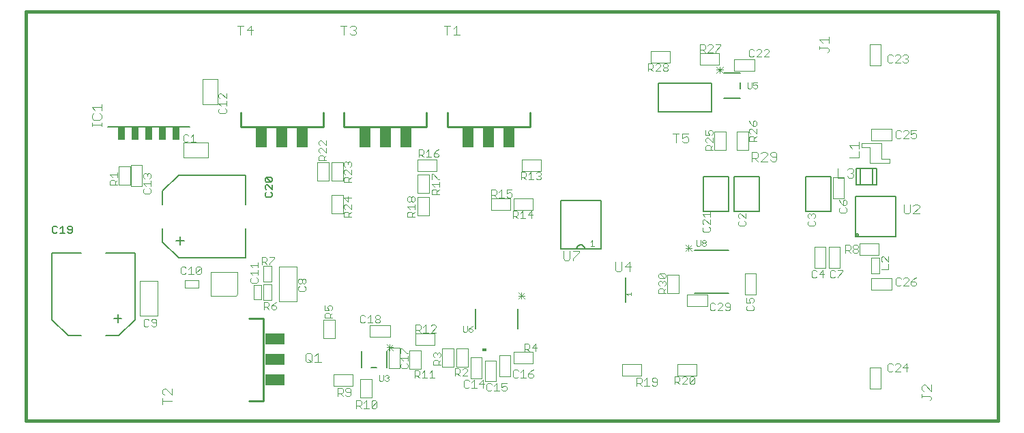
<source format=gto>
G75*
%MOIN*%
%OFA0B0*%
%FSLAX25Y25*%
%IPPOS*%
%LPD*%
%AMOC8*
5,1,8,0,0,1.08239X$1,22.5*
%
%ADD10C,0.01600*%
%ADD11C,0.00394*%
%ADD12C,0.00500*%
%ADD13C,0.00300*%
%ADD14C,0.00197*%
%ADD15C,0.00400*%
%ADD16C,0.00100*%
%ADD17C,0.01000*%
%ADD18R,0.05600X0.09800*%
%ADD19R,0.09800X0.05600*%
%ADD20C,0.00800*%
%ADD21R,0.03800X0.06600*%
%ADD22C,0.00600*%
%ADD23C,0.00200*%
D10*
X0001800Y0027250D02*
X0476800Y0027250D01*
X0476800Y0227250D01*
X0001800Y0227250D01*
X0001800Y0027250D01*
D11*
X0092036Y0088281D02*
X0104438Y0088281D01*
X0105225Y0089463D01*
X0105225Y0100093D01*
X0092036Y0100093D01*
X0092036Y0088281D01*
D12*
X0076398Y0106974D02*
X0068524Y0114848D01*
X0068524Y0121344D01*
X0075020Y0115439D02*
X0078957Y0115439D01*
X0076989Y0117407D02*
X0076989Y0113470D01*
X0076398Y0106974D02*
X0109076Y0106974D01*
X0109076Y0121344D01*
X0109076Y0133156D02*
X0109076Y0147526D01*
X0076398Y0147526D01*
X0068524Y0139652D01*
X0068524Y0133156D01*
X0055076Y0109526D02*
X0040706Y0109526D01*
X0028894Y0109526D02*
X0014524Y0109526D01*
X0014524Y0076848D01*
X0022398Y0068974D01*
X0028894Y0068974D01*
X0040706Y0068974D02*
X0047202Y0068974D01*
X0055076Y0076848D01*
X0055076Y0109526D01*
X0046611Y0079407D02*
X0046611Y0075470D01*
X0044643Y0077439D02*
X0048580Y0077439D01*
X0262957Y0111439D02*
X0270831Y0111439D01*
X0274769Y0111439D01*
X0282643Y0111439D01*
X0282643Y0135061D01*
X0262957Y0135061D01*
X0262957Y0111439D01*
X0270831Y0111439D02*
X0270833Y0111526D01*
X0270839Y0111613D01*
X0270848Y0111700D01*
X0270862Y0111786D01*
X0270879Y0111871D01*
X0270900Y0111956D01*
X0270925Y0112039D01*
X0270953Y0112122D01*
X0270985Y0112203D01*
X0271021Y0112282D01*
X0271060Y0112360D01*
X0271102Y0112436D01*
X0271148Y0112510D01*
X0271197Y0112582D01*
X0271249Y0112652D01*
X0271304Y0112719D01*
X0271362Y0112784D01*
X0271423Y0112847D01*
X0271487Y0112906D01*
X0271553Y0112963D01*
X0271622Y0113016D01*
X0271693Y0113067D01*
X0271766Y0113114D01*
X0271841Y0113159D01*
X0271918Y0113199D01*
X0271996Y0113237D01*
X0272077Y0113270D01*
X0272158Y0113301D01*
X0272241Y0113327D01*
X0272326Y0113350D01*
X0272411Y0113369D01*
X0272496Y0113384D01*
X0272583Y0113396D01*
X0272669Y0113404D01*
X0272756Y0113408D01*
X0272844Y0113408D01*
X0272931Y0113404D01*
X0273017Y0113396D01*
X0273104Y0113384D01*
X0273189Y0113369D01*
X0273274Y0113350D01*
X0273359Y0113327D01*
X0273442Y0113301D01*
X0273523Y0113270D01*
X0273604Y0113237D01*
X0273682Y0113199D01*
X0273759Y0113159D01*
X0273834Y0113114D01*
X0273907Y0113067D01*
X0273978Y0113016D01*
X0274047Y0112963D01*
X0274113Y0112906D01*
X0274177Y0112847D01*
X0274238Y0112784D01*
X0274296Y0112719D01*
X0274351Y0112652D01*
X0274403Y0112582D01*
X0274452Y0112510D01*
X0274498Y0112436D01*
X0274540Y0112360D01*
X0274579Y0112282D01*
X0274615Y0112203D01*
X0274647Y0112122D01*
X0274675Y0112039D01*
X0274700Y0111956D01*
X0274721Y0111871D01*
X0274738Y0111786D01*
X0274752Y0111700D01*
X0274761Y0111613D01*
X0274767Y0111526D01*
X0274769Y0111439D01*
X0294600Y0097250D02*
X0294600Y0085350D01*
X0332599Y0129825D02*
X0345001Y0129825D01*
X0345001Y0146675D01*
X0332599Y0146675D01*
X0332599Y0129825D01*
X0347599Y0129825D02*
X0347599Y0146675D01*
X0360001Y0146675D01*
X0360001Y0129825D01*
X0347599Y0129825D01*
X0382599Y0129825D02*
X0382599Y0146675D01*
X0395001Y0146675D01*
X0395001Y0129825D01*
X0382599Y0129825D01*
X0406957Y0137093D02*
X0406957Y0117407D01*
X0426643Y0117407D01*
X0426643Y0137093D01*
X0406957Y0137093D01*
X0407300Y0142750D02*
X0409300Y0142750D01*
X0409300Y0150750D01*
X0407300Y0150750D01*
X0407300Y0142750D01*
X0409300Y0142750D02*
X0415300Y0142750D01*
X0415300Y0150750D01*
X0409300Y0150750D01*
X0415300Y0150750D02*
X0417300Y0150750D01*
X0417300Y0142750D01*
X0415300Y0142750D01*
X0407450Y0118392D02*
X0407452Y0118436D01*
X0407458Y0118480D01*
X0407468Y0118523D01*
X0407481Y0118565D01*
X0407499Y0118605D01*
X0407520Y0118644D01*
X0407544Y0118681D01*
X0407571Y0118716D01*
X0407602Y0118748D01*
X0407635Y0118777D01*
X0407671Y0118803D01*
X0407709Y0118825D01*
X0407749Y0118844D01*
X0407790Y0118860D01*
X0407833Y0118872D01*
X0407876Y0118880D01*
X0407920Y0118884D01*
X0407964Y0118884D01*
X0408008Y0118880D01*
X0408051Y0118872D01*
X0408094Y0118860D01*
X0408135Y0118844D01*
X0408175Y0118825D01*
X0408213Y0118803D01*
X0408249Y0118777D01*
X0408282Y0118748D01*
X0408313Y0118716D01*
X0408340Y0118681D01*
X0408364Y0118644D01*
X0408385Y0118605D01*
X0408403Y0118565D01*
X0408416Y0118523D01*
X0408426Y0118480D01*
X0408432Y0118436D01*
X0408434Y0118392D01*
X0408432Y0118348D01*
X0408426Y0118304D01*
X0408416Y0118261D01*
X0408403Y0118219D01*
X0408385Y0118179D01*
X0408364Y0118140D01*
X0408340Y0118103D01*
X0408313Y0118068D01*
X0408282Y0118036D01*
X0408249Y0118007D01*
X0408213Y0117981D01*
X0408175Y0117959D01*
X0408135Y0117940D01*
X0408094Y0117924D01*
X0408051Y0117912D01*
X0408008Y0117904D01*
X0407964Y0117900D01*
X0407920Y0117900D01*
X0407876Y0117904D01*
X0407833Y0117912D01*
X0407790Y0117924D01*
X0407749Y0117940D01*
X0407709Y0117959D01*
X0407671Y0117981D01*
X0407635Y0118007D01*
X0407602Y0118036D01*
X0407571Y0118068D01*
X0407544Y0118103D01*
X0407520Y0118140D01*
X0407499Y0118179D01*
X0407481Y0118219D01*
X0407468Y0118261D01*
X0407458Y0118304D01*
X0407452Y0118348D01*
X0407450Y0118392D01*
D13*
X0407760Y0113253D02*
X0406526Y0113253D01*
X0405909Y0112636D01*
X0405909Y0112018D01*
X0406526Y0111401D01*
X0407760Y0111401D01*
X0408378Y0110784D01*
X0408378Y0110167D01*
X0407760Y0109550D01*
X0406526Y0109550D01*
X0405909Y0110167D01*
X0405909Y0110784D01*
X0406526Y0111401D01*
X0407760Y0111401D02*
X0408378Y0112018D01*
X0408378Y0112636D01*
X0407760Y0113253D01*
X0404694Y0112636D02*
X0404694Y0111401D01*
X0404077Y0110784D01*
X0402226Y0110784D01*
X0403460Y0110784D02*
X0404694Y0109550D01*
X0402226Y0109550D02*
X0402226Y0113253D01*
X0404077Y0113253D01*
X0404694Y0112636D01*
X0387343Y0123312D02*
X0387343Y0124547D01*
X0386726Y0125164D01*
X0386726Y0126378D02*
X0387343Y0126995D01*
X0387343Y0128230D01*
X0386726Y0128847D01*
X0386109Y0128847D01*
X0385491Y0128230D01*
X0385491Y0127613D01*
X0385491Y0128230D02*
X0384874Y0128847D01*
X0384257Y0128847D01*
X0383640Y0128230D01*
X0383640Y0126995D01*
X0384257Y0126378D01*
X0384257Y0125164D02*
X0383640Y0124547D01*
X0383640Y0123312D01*
X0384257Y0122695D01*
X0386726Y0122695D01*
X0387343Y0123312D01*
X0399096Y0129769D02*
X0399714Y0129152D01*
X0402182Y0129152D01*
X0402800Y0129769D01*
X0402800Y0131003D01*
X0402182Y0131621D01*
X0402182Y0132835D02*
X0400948Y0132835D01*
X0400948Y0134687D01*
X0401565Y0135304D01*
X0402182Y0135304D01*
X0402800Y0134687D01*
X0402800Y0133452D01*
X0402182Y0132835D01*
X0400948Y0132835D02*
X0399714Y0134069D01*
X0399096Y0135304D01*
X0399714Y0131621D02*
X0399096Y0131003D01*
X0399096Y0129769D01*
X0353343Y0128847D02*
X0353343Y0126378D01*
X0350874Y0128847D01*
X0350257Y0128847D01*
X0349640Y0128230D01*
X0349640Y0126995D01*
X0350257Y0126378D01*
X0350257Y0125164D02*
X0349640Y0124547D01*
X0349640Y0123312D01*
X0350257Y0122695D01*
X0352726Y0122695D01*
X0353343Y0123312D01*
X0353343Y0124547D01*
X0352726Y0125164D01*
X0335957Y0125891D02*
X0335957Y0123422D01*
X0333488Y0125891D01*
X0332871Y0125891D01*
X0332254Y0125273D01*
X0332254Y0124039D01*
X0332871Y0123422D01*
X0332871Y0122207D02*
X0332254Y0121590D01*
X0332254Y0120356D01*
X0332871Y0119739D01*
X0335340Y0119739D01*
X0335957Y0120356D01*
X0335957Y0121590D01*
X0335340Y0122207D01*
X0335957Y0127105D02*
X0335957Y0129574D01*
X0335957Y0128339D02*
X0332254Y0128339D01*
X0333488Y0127105D01*
X0327086Y0113420D02*
X0323950Y0110284D01*
X0323950Y0111852D02*
X0327086Y0111852D01*
X0327086Y0110284D02*
X0323950Y0113420D01*
X0325518Y0113420D02*
X0325518Y0110284D01*
X0314500Y0098893D02*
X0314500Y0097659D01*
X0313883Y0097042D01*
X0311414Y0099511D01*
X0313883Y0099511D01*
X0314500Y0098893D01*
X0313883Y0097042D02*
X0311414Y0097042D01*
X0310797Y0097659D01*
X0310797Y0098893D01*
X0311414Y0099511D01*
X0311414Y0095828D02*
X0310797Y0095210D01*
X0310797Y0093976D01*
X0311414Y0093359D01*
X0311414Y0092144D02*
X0312649Y0092144D01*
X0313266Y0091527D01*
X0313266Y0089676D01*
X0313266Y0090910D02*
X0314500Y0092144D01*
X0313883Y0093359D02*
X0314500Y0093976D01*
X0314500Y0095210D01*
X0313883Y0095828D01*
X0313266Y0095828D01*
X0312649Y0095210D01*
X0312649Y0094593D01*
X0312649Y0095210D02*
X0312032Y0095828D01*
X0311414Y0095828D01*
X0311414Y0092144D02*
X0310797Y0091527D01*
X0310797Y0089676D01*
X0314500Y0089676D01*
X0336019Y0084336D02*
X0336019Y0081868D01*
X0336636Y0081250D01*
X0337870Y0081250D01*
X0338487Y0081868D01*
X0339702Y0081250D02*
X0342171Y0083719D01*
X0342171Y0084336D01*
X0341553Y0084954D01*
X0340319Y0084954D01*
X0339702Y0084336D01*
X0338487Y0084336D02*
X0337870Y0084954D01*
X0336636Y0084954D01*
X0336019Y0084336D01*
X0339702Y0081250D02*
X0342171Y0081250D01*
X0343385Y0081868D02*
X0344002Y0081250D01*
X0345237Y0081250D01*
X0345854Y0081868D01*
X0345854Y0084336D01*
X0345237Y0084954D01*
X0344002Y0084954D01*
X0343385Y0084336D01*
X0343385Y0083719D01*
X0344002Y0083102D01*
X0345854Y0083102D01*
X0353797Y0083133D02*
X0353797Y0081899D01*
X0354414Y0081282D01*
X0356883Y0081282D01*
X0357500Y0081899D01*
X0357500Y0083133D01*
X0356883Y0083751D01*
X0356883Y0084965D02*
X0357500Y0085582D01*
X0357500Y0086817D01*
X0356883Y0087434D01*
X0355649Y0087434D01*
X0355032Y0086817D01*
X0355032Y0086199D01*
X0355649Y0084965D01*
X0353797Y0084965D01*
X0353797Y0087434D01*
X0354414Y0083751D02*
X0353797Y0083133D01*
X0385702Y0097868D02*
X0385702Y0100336D01*
X0386319Y0100954D01*
X0387553Y0100954D01*
X0388171Y0100336D01*
X0389385Y0099102D02*
X0391854Y0099102D01*
X0391237Y0100954D02*
X0389385Y0099102D01*
X0388171Y0097868D02*
X0387553Y0097250D01*
X0386319Y0097250D01*
X0385702Y0097868D01*
X0391237Y0097250D02*
X0391237Y0100954D01*
X0394702Y0100336D02*
X0394702Y0097868D01*
X0395319Y0097250D01*
X0396553Y0097250D01*
X0397171Y0097868D01*
X0398385Y0097868D02*
X0400854Y0100336D01*
X0400854Y0100954D01*
X0398385Y0100954D01*
X0397171Y0100336D02*
X0396553Y0100954D01*
X0395319Y0100954D01*
X0394702Y0100336D01*
X0398385Y0097868D02*
X0398385Y0097250D01*
X0426832Y0096636D02*
X0426832Y0094167D01*
X0427449Y0093550D01*
X0428683Y0093550D01*
X0429301Y0094167D01*
X0430515Y0093550D02*
X0432984Y0096018D01*
X0432984Y0096636D01*
X0432367Y0097253D01*
X0431132Y0097253D01*
X0430515Y0096636D01*
X0429301Y0096636D02*
X0428683Y0097253D01*
X0427449Y0097253D01*
X0426832Y0096636D01*
X0434198Y0095401D02*
X0436050Y0095401D01*
X0436667Y0094784D01*
X0436667Y0094167D01*
X0436050Y0093550D01*
X0434815Y0093550D01*
X0434198Y0094167D01*
X0434198Y0095401D01*
X0435433Y0096636D01*
X0436667Y0097253D01*
X0432984Y0093550D02*
X0430515Y0093550D01*
X0432050Y0055253D02*
X0430198Y0053401D01*
X0432667Y0053401D01*
X0432050Y0051550D02*
X0432050Y0055253D01*
X0428984Y0054636D02*
X0428367Y0055253D01*
X0427132Y0055253D01*
X0426515Y0054636D01*
X0425301Y0054636D02*
X0424683Y0055253D01*
X0423449Y0055253D01*
X0422832Y0054636D01*
X0422832Y0052167D01*
X0423449Y0051550D01*
X0424683Y0051550D01*
X0425301Y0052167D01*
X0426515Y0051550D02*
X0428984Y0054018D01*
X0428984Y0054636D01*
X0428984Y0051550D02*
X0426515Y0051550D01*
X0328460Y0048336D02*
X0325991Y0045868D01*
X0326608Y0045250D01*
X0327843Y0045250D01*
X0328460Y0045868D01*
X0328460Y0048336D01*
X0327843Y0048954D01*
X0326608Y0048954D01*
X0325991Y0048336D01*
X0325991Y0045868D01*
X0324777Y0045250D02*
X0322308Y0045250D01*
X0324777Y0047719D01*
X0324777Y0048336D01*
X0324160Y0048954D01*
X0322925Y0048954D01*
X0322308Y0048336D01*
X0321094Y0048336D02*
X0321094Y0047102D01*
X0320477Y0046485D01*
X0318625Y0046485D01*
X0319859Y0046485D02*
X0321094Y0045250D01*
X0318625Y0045250D02*
X0318625Y0048954D01*
X0320477Y0048954D01*
X0321094Y0048336D01*
X0310061Y0047636D02*
X0310061Y0045167D01*
X0309443Y0044550D01*
X0308209Y0044550D01*
X0307592Y0045167D01*
X0306378Y0044550D02*
X0303909Y0044550D01*
X0302694Y0044550D02*
X0301460Y0045784D01*
X0302077Y0045784D02*
X0300226Y0045784D01*
X0300226Y0044550D02*
X0300226Y0048253D01*
X0302077Y0048253D01*
X0302694Y0047636D01*
X0302694Y0046401D01*
X0302077Y0045784D01*
X0303909Y0047018D02*
X0305143Y0048253D01*
X0305143Y0044550D01*
X0307592Y0047018D02*
X0308209Y0046401D01*
X0310061Y0046401D01*
X0310061Y0047636D02*
X0309443Y0048253D01*
X0308209Y0048253D01*
X0307592Y0047636D01*
X0307592Y0047018D01*
X0249667Y0049167D02*
X0249667Y0049784D01*
X0249050Y0050401D01*
X0247198Y0050401D01*
X0247198Y0049167D01*
X0247815Y0048550D01*
X0249050Y0048550D01*
X0249667Y0049167D01*
X0248433Y0051636D02*
X0247198Y0050401D01*
X0248433Y0051636D02*
X0249667Y0052253D01*
X0244749Y0052253D02*
X0244749Y0048550D01*
X0243515Y0048550D02*
X0245984Y0048550D01*
X0243515Y0051018D02*
X0244749Y0052253D01*
X0242301Y0051636D02*
X0241683Y0052253D01*
X0240449Y0052253D01*
X0239832Y0051636D01*
X0239832Y0049167D01*
X0240449Y0048550D01*
X0241683Y0048550D01*
X0242301Y0049167D01*
X0236667Y0045753D02*
X0234198Y0045753D01*
X0234198Y0043901D01*
X0235433Y0044518D01*
X0236050Y0044518D01*
X0236667Y0043901D01*
X0236667Y0042667D01*
X0236050Y0042050D01*
X0234815Y0042050D01*
X0234198Y0042667D01*
X0232984Y0042050D02*
X0230515Y0042050D01*
X0231749Y0042050D02*
X0231749Y0045753D01*
X0230515Y0044518D01*
X0229301Y0045136D02*
X0228683Y0045753D01*
X0227449Y0045753D01*
X0226832Y0045136D01*
X0226832Y0042667D01*
X0227449Y0042050D01*
X0228683Y0042050D01*
X0229301Y0042667D01*
X0225050Y0043550D02*
X0225050Y0047253D01*
X0223198Y0045401D01*
X0225667Y0045401D01*
X0221984Y0043550D02*
X0219515Y0043550D01*
X0220749Y0043550D02*
X0220749Y0047253D01*
X0219515Y0046018D01*
X0218301Y0046636D02*
X0217683Y0047253D01*
X0216449Y0047253D01*
X0215832Y0046636D01*
X0215832Y0044167D01*
X0216449Y0043550D01*
X0217683Y0043550D01*
X0218301Y0044167D01*
X0217460Y0049250D02*
X0214991Y0049250D01*
X0217460Y0051719D01*
X0217460Y0052336D01*
X0216843Y0052954D01*
X0215608Y0052954D01*
X0214991Y0052336D01*
X0213777Y0052336D02*
X0213777Y0051102D01*
X0213160Y0050485D01*
X0211308Y0050485D01*
X0212543Y0050485D02*
X0213777Y0049250D01*
X0211308Y0049250D02*
X0211308Y0052954D01*
X0213160Y0052954D01*
X0213777Y0052336D01*
X0204500Y0054676D02*
X0200797Y0054676D01*
X0200797Y0056527D01*
X0201414Y0057144D01*
X0202649Y0057144D01*
X0203266Y0056527D01*
X0203266Y0054676D01*
X0203266Y0055910D02*
X0204500Y0057144D01*
X0203883Y0058359D02*
X0204500Y0058976D01*
X0204500Y0060210D01*
X0203883Y0060828D01*
X0203266Y0060828D01*
X0202649Y0060210D01*
X0202649Y0059593D01*
X0202649Y0060210D02*
X0202032Y0060828D01*
X0201414Y0060828D01*
X0200797Y0060210D01*
X0200797Y0058976D01*
X0201414Y0058359D01*
X0200226Y0051954D02*
X0200226Y0048250D01*
X0201460Y0048250D02*
X0198991Y0048250D01*
X0197777Y0048250D02*
X0195308Y0048250D01*
X0194094Y0048250D02*
X0192859Y0049485D01*
X0193477Y0049485D02*
X0191625Y0049485D01*
X0191625Y0048250D02*
X0191625Y0051954D01*
X0193477Y0051954D01*
X0194094Y0051336D01*
X0194094Y0050102D01*
X0193477Y0049485D01*
X0195308Y0050719D02*
X0196543Y0051954D01*
X0196543Y0048250D01*
X0198991Y0050719D02*
X0200226Y0051954D01*
X0188500Y0053649D02*
X0187883Y0053032D01*
X0185414Y0053032D01*
X0184797Y0053649D01*
X0184797Y0054883D01*
X0185414Y0055501D01*
X0186032Y0056715D02*
X0184797Y0057949D01*
X0188500Y0057949D01*
X0188500Y0056715D02*
X0188500Y0059184D01*
X0188500Y0060398D02*
X0187883Y0060398D01*
X0185414Y0062867D01*
X0184797Y0062867D01*
X0184797Y0060398D01*
X0181070Y0061764D02*
X0177934Y0064900D01*
X0179502Y0064900D02*
X0179502Y0061764D01*
X0177934Y0061764D02*
X0181070Y0064900D01*
X0181070Y0063332D02*
X0177934Y0063332D01*
X0187883Y0055501D02*
X0188500Y0054883D01*
X0188500Y0053649D01*
X0192226Y0070550D02*
X0192226Y0074253D01*
X0194077Y0074253D01*
X0194694Y0073636D01*
X0194694Y0072401D01*
X0194077Y0071784D01*
X0192226Y0071784D01*
X0193460Y0071784D02*
X0194694Y0070550D01*
X0195909Y0070550D02*
X0198378Y0070550D01*
X0199592Y0070550D02*
X0202061Y0073018D01*
X0202061Y0073636D01*
X0201443Y0074253D01*
X0200209Y0074253D01*
X0199592Y0073636D01*
X0197143Y0074253D02*
X0197143Y0070550D01*
X0199592Y0070550D02*
X0202061Y0070550D01*
X0197143Y0074253D02*
X0195909Y0073018D01*
X0174854Y0075868D02*
X0174237Y0075250D01*
X0173002Y0075250D01*
X0172385Y0075868D01*
X0172385Y0076485D01*
X0173002Y0077102D01*
X0174237Y0077102D01*
X0174854Y0076485D01*
X0174854Y0075868D01*
X0174237Y0077102D02*
X0174854Y0077719D01*
X0174854Y0078336D01*
X0174237Y0078954D01*
X0173002Y0078954D01*
X0172385Y0078336D01*
X0172385Y0077719D01*
X0173002Y0077102D01*
X0171171Y0075250D02*
X0168702Y0075250D01*
X0169936Y0075250D02*
X0169936Y0078954D01*
X0168702Y0077719D01*
X0167487Y0078336D02*
X0166870Y0078954D01*
X0165636Y0078954D01*
X0165019Y0078336D01*
X0165019Y0075868D01*
X0165636Y0075250D01*
X0166870Y0075250D01*
X0167487Y0075868D01*
X0151500Y0077676D02*
X0147797Y0077676D01*
X0147797Y0079527D01*
X0148414Y0080144D01*
X0149649Y0080144D01*
X0150266Y0079527D01*
X0150266Y0077676D01*
X0150266Y0078910D02*
X0151500Y0080144D01*
X0150883Y0081359D02*
X0151500Y0081976D01*
X0151500Y0083210D01*
X0150883Y0083828D01*
X0149649Y0083828D01*
X0149032Y0083210D01*
X0149032Y0082593D01*
X0149649Y0081359D01*
X0147797Y0081359D01*
X0147797Y0083828D01*
X0138532Y0091356D02*
X0137915Y0090739D01*
X0135446Y0090739D01*
X0134829Y0091356D01*
X0134829Y0092590D01*
X0135446Y0093207D01*
X0135446Y0094422D02*
X0136063Y0094422D01*
X0136680Y0095039D01*
X0136680Y0096273D01*
X0137298Y0096891D01*
X0137915Y0096891D01*
X0138532Y0096273D01*
X0138532Y0095039D01*
X0137915Y0094422D01*
X0137298Y0094422D01*
X0136680Y0095039D01*
X0136680Y0096273D02*
X0136063Y0096891D01*
X0135446Y0096891D01*
X0134829Y0096273D01*
X0134829Y0095039D01*
X0135446Y0094422D01*
X0137915Y0093207D02*
X0138532Y0092590D01*
X0138532Y0091356D01*
X0115012Y0095511D02*
X0115012Y0096745D01*
X0114395Y0097363D01*
X0115012Y0098577D02*
X0115012Y0101046D01*
X0115012Y0102260D02*
X0115012Y0104729D01*
X0115012Y0103495D02*
X0111309Y0103495D01*
X0112543Y0102260D01*
X0111309Y0099811D02*
X0115012Y0099811D01*
X0112543Y0098577D02*
X0111309Y0099811D01*
X0111926Y0097363D02*
X0111309Y0096745D01*
X0111309Y0095511D01*
X0111926Y0094894D01*
X0114395Y0094894D01*
X0115012Y0095511D01*
X0087279Y0099655D02*
X0086662Y0099038D01*
X0085427Y0099038D01*
X0084810Y0099655D01*
X0087279Y0102124D01*
X0087279Y0099655D01*
X0087279Y0102124D02*
X0086662Y0102741D01*
X0085427Y0102741D01*
X0084810Y0102124D01*
X0084810Y0099655D01*
X0083596Y0099038D02*
X0081127Y0099038D01*
X0082361Y0099038D02*
X0082361Y0102741D01*
X0081127Y0101507D01*
X0079913Y0102124D02*
X0079295Y0102741D01*
X0078061Y0102741D01*
X0077444Y0102124D01*
X0077444Y0099655D01*
X0078061Y0099038D01*
X0079295Y0099038D01*
X0079913Y0099655D01*
X0064823Y0077221D02*
X0063589Y0077221D01*
X0062972Y0076604D01*
X0062972Y0075987D01*
X0063589Y0075370D01*
X0065441Y0075370D01*
X0065441Y0076604D02*
X0065441Y0074135D01*
X0064823Y0073518D01*
X0063589Y0073518D01*
X0062972Y0074135D01*
X0061757Y0074135D02*
X0061140Y0073518D01*
X0059906Y0073518D01*
X0059289Y0074135D01*
X0059289Y0076604D01*
X0059906Y0077221D01*
X0061140Y0077221D01*
X0061757Y0076604D01*
X0064823Y0077221D02*
X0065441Y0076604D01*
X0154226Y0043253D02*
X0154226Y0039550D01*
X0154226Y0040784D02*
X0156077Y0040784D01*
X0156694Y0041401D01*
X0156694Y0042636D01*
X0156077Y0043253D01*
X0154226Y0043253D01*
X0155460Y0040784D02*
X0156694Y0039550D01*
X0157909Y0040167D02*
X0158526Y0039550D01*
X0159760Y0039550D01*
X0160378Y0040167D01*
X0160378Y0042636D01*
X0159760Y0043253D01*
X0158526Y0043253D01*
X0157909Y0042636D01*
X0157909Y0042018D01*
X0158526Y0041401D01*
X0160378Y0041401D01*
X0163226Y0037253D02*
X0165077Y0037253D01*
X0165694Y0036636D01*
X0165694Y0035401D01*
X0165077Y0034784D01*
X0163226Y0034784D01*
X0164460Y0034784D02*
X0165694Y0033550D01*
X0166909Y0033550D02*
X0169378Y0033550D01*
X0168143Y0033550D02*
X0168143Y0037253D01*
X0166909Y0036018D01*
X0170592Y0036636D02*
X0170592Y0034167D01*
X0173061Y0036636D01*
X0173061Y0034167D01*
X0172443Y0033550D01*
X0171209Y0033550D01*
X0170592Y0034167D01*
X0170592Y0036636D02*
X0171209Y0037253D01*
X0172443Y0037253D01*
X0173061Y0036636D01*
X0163226Y0037253D02*
X0163226Y0033550D01*
X0245308Y0061250D02*
X0245308Y0064954D01*
X0247160Y0064954D01*
X0247777Y0064336D01*
X0247777Y0063102D01*
X0247160Y0062485D01*
X0245308Y0062485D01*
X0246543Y0062485D02*
X0247777Y0061250D01*
X0248991Y0063102D02*
X0250843Y0064954D01*
X0250843Y0061250D01*
X0251460Y0063102D02*
X0248991Y0063102D01*
X0245470Y0086964D02*
X0242334Y0090100D01*
X0243902Y0090100D02*
X0243902Y0086964D01*
X0242334Y0086964D02*
X0245470Y0090100D01*
X0245470Y0088532D02*
X0242334Y0088532D01*
X0242094Y0126250D02*
X0240859Y0127485D01*
X0241477Y0127485D02*
X0239625Y0127485D01*
X0239625Y0126250D02*
X0239625Y0129954D01*
X0241477Y0129954D01*
X0242094Y0129336D01*
X0242094Y0128102D01*
X0241477Y0127485D01*
X0243308Y0128719D02*
X0244543Y0129954D01*
X0244543Y0126250D01*
X0245777Y0126250D02*
X0243308Y0126250D01*
X0246991Y0128102D02*
X0249460Y0128102D01*
X0248843Y0126250D02*
X0248843Y0129954D01*
X0246991Y0128102D01*
X0238443Y0136550D02*
X0237209Y0136550D01*
X0236592Y0137167D01*
X0236592Y0138401D02*
X0237826Y0139018D01*
X0238443Y0139018D01*
X0239061Y0138401D01*
X0239061Y0137167D01*
X0238443Y0136550D01*
X0236592Y0138401D02*
X0236592Y0140253D01*
X0239061Y0140253D01*
X0234143Y0140253D02*
X0232909Y0139018D01*
X0231694Y0138401D02*
X0231077Y0137784D01*
X0229226Y0137784D01*
X0230460Y0137784D02*
X0231694Y0136550D01*
X0232909Y0136550D02*
X0235378Y0136550D01*
X0234143Y0136550D02*
X0234143Y0140253D01*
X0231694Y0139636D02*
X0231694Y0138401D01*
X0231694Y0139636D02*
X0231077Y0140253D01*
X0229226Y0140253D01*
X0229226Y0136550D01*
X0243625Y0145250D02*
X0243625Y0148954D01*
X0245477Y0148954D01*
X0246094Y0148336D01*
X0246094Y0147102D01*
X0245477Y0146485D01*
X0243625Y0146485D01*
X0244859Y0146485D02*
X0246094Y0145250D01*
X0247308Y0145250D02*
X0249777Y0145250D01*
X0248543Y0145250D02*
X0248543Y0148954D01*
X0247308Y0147719D01*
X0250991Y0148336D02*
X0251608Y0148954D01*
X0252843Y0148954D01*
X0253460Y0148336D01*
X0253460Y0147719D01*
X0252843Y0147102D01*
X0253460Y0146485D01*
X0253460Y0145868D01*
X0252843Y0145250D01*
X0251608Y0145250D01*
X0250991Y0145868D01*
X0252226Y0147102D02*
X0252843Y0147102D01*
X0203800Y0145441D02*
X0203182Y0145441D01*
X0200714Y0147910D01*
X0200096Y0147910D01*
X0200096Y0145441D01*
X0200096Y0142993D02*
X0203800Y0142993D01*
X0203800Y0144227D02*
X0203800Y0141758D01*
X0203800Y0140544D02*
X0202565Y0139309D01*
X0202565Y0139927D02*
X0202565Y0138075D01*
X0203800Y0138075D02*
X0200096Y0138075D01*
X0200096Y0139927D01*
X0200714Y0140544D01*
X0201948Y0140544D01*
X0202565Y0139927D01*
X0201331Y0141758D02*
X0200096Y0142993D01*
X0191800Y0136293D02*
X0191182Y0136910D01*
X0190565Y0136910D01*
X0189948Y0136293D01*
X0189948Y0135058D01*
X0189331Y0134441D01*
X0188714Y0134441D01*
X0188096Y0135058D01*
X0188096Y0136293D01*
X0188714Y0136910D01*
X0189331Y0136910D01*
X0189948Y0136293D01*
X0189948Y0135058D02*
X0190565Y0134441D01*
X0191182Y0134441D01*
X0191800Y0135058D01*
X0191800Y0136293D01*
X0191800Y0133227D02*
X0191800Y0130758D01*
X0191800Y0129544D02*
X0190565Y0128309D01*
X0190565Y0128927D02*
X0190565Y0127075D01*
X0191800Y0127075D02*
X0188096Y0127075D01*
X0188096Y0128927D01*
X0188714Y0129544D01*
X0189948Y0129544D01*
X0190565Y0128927D01*
X0189331Y0130758D02*
X0188096Y0131993D01*
X0191800Y0131993D01*
X0160800Y0133227D02*
X0160800Y0130758D01*
X0158331Y0133227D01*
X0157714Y0133227D01*
X0157096Y0132610D01*
X0157096Y0131375D01*
X0157714Y0130758D01*
X0157714Y0129544D02*
X0158948Y0129544D01*
X0159565Y0128927D01*
X0159565Y0127075D01*
X0159565Y0128309D02*
X0160800Y0129544D01*
X0160800Y0127075D02*
X0157096Y0127075D01*
X0157096Y0128927D01*
X0157714Y0129544D01*
X0158948Y0134441D02*
X0157096Y0136293D01*
X0160800Y0136293D01*
X0158948Y0136910D02*
X0158948Y0134441D01*
X0159565Y0144075D02*
X0159565Y0145927D01*
X0158948Y0146544D01*
X0157714Y0146544D01*
X0157096Y0145927D01*
X0157096Y0144075D01*
X0160800Y0144075D01*
X0159565Y0145309D02*
X0160800Y0146544D01*
X0160800Y0147758D02*
X0158331Y0150227D01*
X0157714Y0150227D01*
X0157096Y0149610D01*
X0157096Y0148375D01*
X0157714Y0147758D01*
X0160800Y0147758D02*
X0160800Y0150227D01*
X0160182Y0151441D02*
X0160800Y0152058D01*
X0160800Y0153293D01*
X0160182Y0153910D01*
X0159565Y0153910D01*
X0158948Y0153293D01*
X0158948Y0152676D01*
X0158948Y0153293D02*
X0158331Y0153910D01*
X0157714Y0153910D01*
X0157096Y0153293D01*
X0157096Y0152058D01*
X0157714Y0151441D01*
X0148500Y0154676D02*
X0144797Y0154676D01*
X0144797Y0156527D01*
X0145414Y0157144D01*
X0146649Y0157144D01*
X0147266Y0156527D01*
X0147266Y0154676D01*
X0147266Y0155910D02*
X0148500Y0157144D01*
X0148500Y0158359D02*
X0146032Y0160828D01*
X0145414Y0160828D01*
X0144797Y0160210D01*
X0144797Y0158976D01*
X0145414Y0158359D01*
X0148500Y0158359D02*
X0148500Y0160828D01*
X0148500Y0162042D02*
X0146032Y0164511D01*
X0145414Y0164511D01*
X0144797Y0163893D01*
X0144797Y0162659D01*
X0145414Y0162042D01*
X0148500Y0162042D02*
X0148500Y0164511D01*
X0193625Y0159954D02*
X0193625Y0156250D01*
X0193625Y0157485D02*
X0195477Y0157485D01*
X0196094Y0158102D01*
X0196094Y0159336D01*
X0195477Y0159954D01*
X0193625Y0159954D01*
X0194859Y0157485D02*
X0196094Y0156250D01*
X0197308Y0156250D02*
X0199777Y0156250D01*
X0198543Y0156250D02*
X0198543Y0159954D01*
X0197308Y0158719D01*
X0200991Y0158102D02*
X0202843Y0158102D01*
X0203460Y0157485D01*
X0203460Y0156868D01*
X0202843Y0156250D01*
X0201608Y0156250D01*
X0200991Y0156868D01*
X0200991Y0158102D01*
X0202226Y0159336D01*
X0203460Y0159954D01*
X0305625Y0198250D02*
X0305625Y0201954D01*
X0307477Y0201954D01*
X0308094Y0201336D01*
X0308094Y0200102D01*
X0307477Y0199485D01*
X0305625Y0199485D01*
X0306859Y0199485D02*
X0308094Y0198250D01*
X0309308Y0198250D02*
X0311777Y0200719D01*
X0311777Y0201336D01*
X0311160Y0201954D01*
X0309925Y0201954D01*
X0309308Y0201336D01*
X0309308Y0198250D02*
X0311777Y0198250D01*
X0312991Y0198868D02*
X0312991Y0199485D01*
X0313608Y0200102D01*
X0314843Y0200102D01*
X0315460Y0199485D01*
X0315460Y0198868D01*
X0314843Y0198250D01*
X0313608Y0198250D01*
X0312991Y0198868D01*
X0313608Y0200102D02*
X0312991Y0200719D01*
X0312991Y0201336D01*
X0313608Y0201954D01*
X0314843Y0201954D01*
X0315460Y0201336D01*
X0315460Y0200719D01*
X0314843Y0200102D01*
X0331226Y0207550D02*
X0331226Y0211253D01*
X0333077Y0211253D01*
X0333694Y0210636D01*
X0333694Y0209401D01*
X0333077Y0208784D01*
X0331226Y0208784D01*
X0332460Y0208784D02*
X0333694Y0207550D01*
X0334909Y0207550D02*
X0337378Y0210018D01*
X0337378Y0210636D01*
X0336760Y0211253D01*
X0335526Y0211253D01*
X0334909Y0210636D01*
X0338592Y0211253D02*
X0341061Y0211253D01*
X0341061Y0210636D01*
X0338592Y0208167D01*
X0338592Y0207550D01*
X0337378Y0207550D02*
X0334909Y0207550D01*
X0339150Y0200520D02*
X0342286Y0197384D01*
X0340718Y0197384D02*
X0340718Y0200520D01*
X0342286Y0200520D02*
X0339150Y0197384D01*
X0339150Y0198952D02*
X0342286Y0198952D01*
X0355019Y0205868D02*
X0355636Y0205250D01*
X0356870Y0205250D01*
X0357487Y0205868D01*
X0358702Y0205250D02*
X0361171Y0207719D01*
X0361171Y0208336D01*
X0360553Y0208954D01*
X0359319Y0208954D01*
X0358702Y0208336D01*
X0357487Y0208336D02*
X0356870Y0208954D01*
X0355636Y0208954D01*
X0355019Y0208336D01*
X0355019Y0205868D01*
X0358702Y0205250D02*
X0361171Y0205250D01*
X0362385Y0205250D02*
X0364854Y0207719D01*
X0364854Y0208336D01*
X0364237Y0208954D01*
X0363002Y0208954D01*
X0362385Y0208336D01*
X0362385Y0205250D02*
X0364854Y0205250D01*
X0358182Y0173910D02*
X0357565Y0173910D01*
X0356948Y0173293D01*
X0356948Y0171441D01*
X0358182Y0171441D01*
X0358800Y0172058D01*
X0358800Y0173293D01*
X0358182Y0173910D01*
X0355714Y0172676D02*
X0356948Y0171441D01*
X0356331Y0170227D02*
X0355714Y0170227D01*
X0355096Y0169610D01*
X0355096Y0168375D01*
X0355714Y0167758D01*
X0355714Y0166544D02*
X0356948Y0166544D01*
X0357565Y0165927D01*
X0357565Y0164075D01*
X0357565Y0165309D02*
X0358800Y0166544D01*
X0358800Y0167758D02*
X0356331Y0170227D01*
X0358800Y0170227D02*
X0358800Y0167758D01*
X0355714Y0166544D02*
X0355096Y0165927D01*
X0355096Y0164075D01*
X0358800Y0164075D01*
X0355714Y0172676D02*
X0355096Y0173910D01*
X0337500Y0168893D02*
X0337500Y0167659D01*
X0336883Y0167042D01*
X0335649Y0167042D02*
X0335032Y0168276D01*
X0335032Y0168893D01*
X0335649Y0169511D01*
X0336883Y0169511D01*
X0337500Y0168893D01*
X0335649Y0167042D02*
X0333797Y0167042D01*
X0333797Y0169511D01*
X0334414Y0165828D02*
X0333797Y0165210D01*
X0333797Y0163976D01*
X0334414Y0163359D01*
X0334414Y0162144D02*
X0335649Y0162144D01*
X0336266Y0161527D01*
X0336266Y0159676D01*
X0336266Y0160910D02*
X0337500Y0162144D01*
X0337500Y0163359D02*
X0335032Y0165828D01*
X0334414Y0165828D01*
X0337500Y0165828D02*
X0337500Y0163359D01*
X0334414Y0162144D02*
X0333797Y0161527D01*
X0333797Y0159676D01*
X0337500Y0159676D01*
X0422832Y0203167D02*
X0423449Y0202550D01*
X0424683Y0202550D01*
X0425301Y0203167D01*
X0426515Y0202550D02*
X0428984Y0205018D01*
X0428984Y0205636D01*
X0428367Y0206253D01*
X0427132Y0206253D01*
X0426515Y0205636D01*
X0425301Y0205636D02*
X0424683Y0206253D01*
X0423449Y0206253D01*
X0422832Y0205636D01*
X0422832Y0203167D01*
X0426515Y0202550D02*
X0428984Y0202550D01*
X0430198Y0203167D02*
X0430815Y0202550D01*
X0432050Y0202550D01*
X0432667Y0203167D01*
X0432667Y0203784D01*
X0432050Y0204401D01*
X0431433Y0204401D01*
X0432050Y0204401D02*
X0432667Y0205018D01*
X0432667Y0205636D01*
X0432050Y0206253D01*
X0430815Y0206253D01*
X0430198Y0205636D01*
X0431132Y0169253D02*
X0430515Y0168636D01*
X0431132Y0169253D02*
X0432367Y0169253D01*
X0432984Y0168636D01*
X0432984Y0168018D01*
X0430515Y0165550D01*
X0432984Y0165550D01*
X0434198Y0166167D02*
X0434815Y0165550D01*
X0436050Y0165550D01*
X0436667Y0166167D01*
X0436667Y0167401D01*
X0436050Y0168018D01*
X0435433Y0168018D01*
X0434198Y0167401D01*
X0434198Y0169253D01*
X0436667Y0169253D01*
X0429301Y0168636D02*
X0428683Y0169253D01*
X0427449Y0169253D01*
X0426832Y0168636D01*
X0426832Y0166167D01*
X0427449Y0165550D01*
X0428683Y0165550D01*
X0429301Y0166167D01*
X0099587Y0178267D02*
X0099587Y0179501D01*
X0098970Y0180119D01*
X0099587Y0181333D02*
X0099587Y0183802D01*
X0099587Y0185016D02*
X0097118Y0187485D01*
X0096501Y0187485D01*
X0095884Y0186868D01*
X0095884Y0185633D01*
X0096501Y0185016D01*
X0095884Y0182567D02*
X0099587Y0182567D01*
X0099587Y0185016D02*
X0099587Y0187485D01*
X0095884Y0182567D02*
X0097118Y0181333D01*
X0096501Y0180119D02*
X0095884Y0179501D01*
X0095884Y0178267D01*
X0096501Y0177650D01*
X0098970Y0177650D01*
X0099587Y0178267D01*
X0083568Y0167440D02*
X0083568Y0163737D01*
X0082334Y0163737D02*
X0084803Y0163737D01*
X0082334Y0166206D02*
X0083568Y0167440D01*
X0081120Y0166823D02*
X0080502Y0167440D01*
X0079268Y0167440D01*
X0078651Y0166823D01*
X0078651Y0164354D01*
X0079268Y0163737D01*
X0080502Y0163737D01*
X0081120Y0164354D01*
X0062800Y0147687D02*
X0062182Y0148304D01*
X0061565Y0148304D01*
X0060948Y0147687D01*
X0060948Y0147069D01*
X0060948Y0147687D02*
X0060331Y0148304D01*
X0059714Y0148304D01*
X0059096Y0147687D01*
X0059096Y0146452D01*
X0059714Y0145835D01*
X0062182Y0145835D02*
X0062800Y0146452D01*
X0062800Y0147687D01*
X0062800Y0144621D02*
X0062800Y0142152D01*
X0062800Y0143386D02*
X0059096Y0143386D01*
X0060331Y0142152D01*
X0059714Y0140937D02*
X0059096Y0140320D01*
X0059096Y0139086D01*
X0059714Y0138469D01*
X0062182Y0138469D01*
X0062800Y0139086D01*
X0062800Y0140320D01*
X0062182Y0140937D01*
X0046500Y0142676D02*
X0042797Y0142676D01*
X0042797Y0144527D01*
X0043414Y0145144D01*
X0044649Y0145144D01*
X0045266Y0144527D01*
X0045266Y0142676D01*
X0045266Y0143910D02*
X0046500Y0145144D01*
X0046500Y0146359D02*
X0046500Y0148828D01*
X0046500Y0147593D02*
X0042797Y0147593D01*
X0044032Y0146359D01*
D14*
X0046946Y0142624D02*
X0046946Y0151876D01*
X0052654Y0151876D01*
X0052654Y0142624D01*
X0046946Y0142624D01*
X0053044Y0142230D02*
X0058556Y0142230D01*
X0058556Y0152270D01*
X0053044Y0152270D01*
X0053044Y0142230D01*
X0078737Y0156008D02*
X0078737Y0163292D01*
X0090863Y0163292D01*
X0090863Y0156008D01*
X0078737Y0156008D01*
X0088158Y0182187D02*
X0088158Y0194313D01*
X0095442Y0194313D01*
X0095442Y0182187D01*
X0088158Y0182187D01*
X0143946Y0153876D02*
X0143946Y0144624D01*
X0149654Y0144624D01*
X0149654Y0153876D01*
X0143946Y0153876D01*
X0150946Y0153876D02*
X0150946Y0144624D01*
X0156654Y0144624D01*
X0156654Y0153876D01*
X0150946Y0153876D01*
X0150946Y0137876D02*
X0150946Y0128624D01*
X0156654Y0128624D01*
X0156654Y0137876D01*
X0150946Y0137876D01*
X0192946Y0138624D02*
X0198654Y0138624D01*
X0198654Y0147876D01*
X0192946Y0147876D01*
X0192946Y0138624D01*
X0192946Y0136876D02*
X0192946Y0127624D01*
X0198654Y0127624D01*
X0198654Y0136876D01*
X0192946Y0136876D01*
X0193174Y0149396D02*
X0202426Y0149396D01*
X0202426Y0155104D01*
X0193174Y0155104D01*
X0193174Y0149396D01*
X0229174Y0136104D02*
X0229174Y0130396D01*
X0238426Y0130396D01*
X0238426Y0136104D01*
X0229174Y0136104D01*
X0240174Y0136104D02*
X0240174Y0130396D01*
X0249426Y0130396D01*
X0249426Y0136104D01*
X0240174Y0136104D01*
X0244174Y0149396D02*
X0253426Y0149396D01*
X0253426Y0155104D01*
X0244174Y0155104D01*
X0244174Y0149396D01*
X0314946Y0098876D02*
X0314946Y0089624D01*
X0320654Y0089624D01*
X0320654Y0098876D01*
X0314946Y0098876D01*
X0324780Y0089006D02*
X0324780Y0083494D01*
X0334820Y0083494D01*
X0334820Y0089006D01*
X0324780Y0089006D01*
X0353044Y0089230D02*
X0353044Y0099270D01*
X0358556Y0099270D01*
X0358556Y0089230D01*
X0353044Y0089230D01*
X0387044Y0102230D02*
X0387044Y0112270D01*
X0392556Y0112270D01*
X0392556Y0102230D01*
X0387044Y0102230D01*
X0394044Y0102230D02*
X0394044Y0112270D01*
X0399556Y0112270D01*
X0399556Y0102230D01*
X0394044Y0102230D01*
X0409174Y0108396D02*
X0418426Y0108396D01*
X0418426Y0114104D01*
X0409174Y0114104D01*
X0409174Y0108396D01*
X0414831Y0106990D02*
X0414831Y0099510D01*
X0418769Y0099510D01*
X0418769Y0106990D01*
X0414831Y0106990D01*
X0414780Y0097006D02*
X0424820Y0097006D01*
X0424820Y0091494D01*
X0414780Y0091494D01*
X0414780Y0097006D01*
X0401556Y0136230D02*
X0396044Y0136230D01*
X0396044Y0146270D01*
X0401556Y0146270D01*
X0401556Y0136230D01*
X0354654Y0159624D02*
X0354654Y0168876D01*
X0348946Y0168876D01*
X0348946Y0159624D01*
X0354654Y0159624D01*
X0343654Y0159624D02*
X0343654Y0168876D01*
X0337946Y0168876D01*
X0337946Y0159624D01*
X0343654Y0159624D01*
X0414780Y0164494D02*
X0424820Y0164494D01*
X0424820Y0170006D01*
X0414780Y0170006D01*
X0414780Y0164494D01*
X0357820Y0198494D02*
X0347780Y0198494D01*
X0347780Y0204006D01*
X0357820Y0204006D01*
X0357820Y0198494D01*
X0340426Y0201396D02*
X0340426Y0207104D01*
X0331174Y0207104D01*
X0331174Y0201396D01*
X0340426Y0201396D01*
X0316426Y0202396D02*
X0307174Y0202396D01*
X0307174Y0208104D01*
X0316426Y0208104D01*
X0316426Y0202396D01*
X0414044Y0201230D02*
X0419556Y0201230D01*
X0419556Y0211270D01*
X0414044Y0211270D01*
X0414044Y0201230D01*
X0179820Y0074006D02*
X0169780Y0074006D01*
X0169780Y0068494D01*
X0179820Y0068494D01*
X0179820Y0074006D01*
X0192174Y0070104D02*
X0201426Y0070104D01*
X0201426Y0064396D01*
X0192174Y0064396D01*
X0192174Y0070104D01*
X0194654Y0061876D02*
X0188946Y0061876D01*
X0188946Y0052624D01*
X0194654Y0052624D01*
X0194654Y0061876D01*
X0184556Y0063020D02*
X0179044Y0063020D01*
X0179044Y0052980D01*
X0184556Y0052980D01*
X0184556Y0063020D01*
X0204946Y0062876D02*
X0204946Y0053624D01*
X0210654Y0053624D01*
X0210654Y0062876D01*
X0204946Y0062876D01*
X0211946Y0062876D02*
X0211946Y0053624D01*
X0217654Y0053624D01*
X0217654Y0062876D01*
X0211946Y0062876D01*
X0219044Y0058270D02*
X0219044Y0048230D01*
X0224556Y0048230D01*
X0224556Y0058270D01*
X0219044Y0058270D01*
X0226044Y0056770D02*
X0226044Y0046730D01*
X0231556Y0046730D01*
X0231556Y0056770D01*
X0226044Y0056770D01*
X0233044Y0059270D02*
X0233044Y0049230D01*
X0238556Y0049230D01*
X0238556Y0059270D01*
X0233044Y0059270D01*
X0240174Y0061104D02*
X0240174Y0055396D01*
X0249426Y0055396D01*
X0249426Y0061104D01*
X0240174Y0061104D01*
X0293174Y0055104D02*
X0293174Y0049396D01*
X0302426Y0049396D01*
X0302426Y0055104D01*
X0293174Y0055104D01*
X0320174Y0055104D02*
X0320174Y0049396D01*
X0329426Y0049396D01*
X0329426Y0055104D01*
X0320174Y0055104D01*
X0414044Y0053270D02*
X0414044Y0043230D01*
X0419556Y0043230D01*
X0419556Y0053270D01*
X0414044Y0053270D01*
X0170654Y0047876D02*
X0170654Y0038624D01*
X0164946Y0038624D01*
X0164946Y0047876D01*
X0170654Y0047876D01*
X0161426Y0050104D02*
X0161426Y0044396D01*
X0152174Y0044396D01*
X0152174Y0050104D01*
X0161426Y0050104D01*
X0152654Y0067624D02*
X0146946Y0067624D01*
X0146946Y0076876D01*
X0152654Y0076876D01*
X0152654Y0067624D01*
X0134229Y0085884D02*
X0125371Y0085884D01*
X0125371Y0102616D01*
X0134229Y0102616D01*
X0134229Y0085884D01*
X0121769Y0086510D02*
X0121769Y0093990D01*
X0117831Y0093990D01*
X0117831Y0086510D01*
X0121769Y0086510D01*
X0116670Y0086805D02*
X0112930Y0086805D01*
X0112930Y0093695D01*
X0116670Y0093695D01*
X0116670Y0086805D01*
X0117831Y0095510D02*
X0117831Y0102990D01*
X0121769Y0102990D01*
X0121769Y0095510D01*
X0117831Y0095510D01*
X0086245Y0096120D02*
X0086245Y0092380D01*
X0079355Y0092380D01*
X0079355Y0096120D01*
X0086245Y0096120D01*
X0066229Y0095616D02*
X0057371Y0095616D01*
X0057371Y0078884D01*
X0066229Y0078884D01*
X0066229Y0095616D01*
D15*
X0117063Y0103812D02*
X0117063Y0107415D01*
X0118865Y0107415D01*
X0119465Y0106815D01*
X0119465Y0105614D01*
X0118865Y0105013D01*
X0117063Y0105013D01*
X0118264Y0105013D02*
X0119465Y0103812D01*
X0120746Y0103812D02*
X0120746Y0104413D01*
X0123148Y0106815D01*
X0123148Y0107415D01*
X0120746Y0107415D01*
X0119865Y0085415D02*
X0118063Y0085415D01*
X0118063Y0081812D01*
X0118063Y0083013D02*
X0119865Y0083013D01*
X0120465Y0083614D01*
X0120465Y0084815D01*
X0119865Y0085415D01*
X0119264Y0083013D02*
X0120465Y0081812D01*
X0121746Y0082413D02*
X0122347Y0081812D01*
X0123548Y0081812D01*
X0124148Y0082413D01*
X0124148Y0083013D01*
X0123548Y0083614D01*
X0121746Y0083614D01*
X0121746Y0082413D01*
X0121746Y0083614D02*
X0122947Y0084815D01*
X0124148Y0085415D01*
X0139059Y0060554D02*
X0138292Y0059787D01*
X0138292Y0056717D01*
X0139059Y0055950D01*
X0140594Y0055950D01*
X0141361Y0056717D01*
X0141361Y0059787D01*
X0140594Y0060554D01*
X0139059Y0060554D01*
X0139827Y0057485D02*
X0141361Y0055950D01*
X0142896Y0055950D02*
X0145965Y0055950D01*
X0144431Y0055950D02*
X0144431Y0060554D01*
X0142896Y0059019D01*
X0073100Y0043123D02*
X0073100Y0040054D01*
X0070031Y0043123D01*
X0069263Y0043123D01*
X0068496Y0042356D01*
X0068496Y0040821D01*
X0069263Y0040054D01*
X0068496Y0038519D02*
X0068496Y0035450D01*
X0068496Y0036985D02*
X0073100Y0036985D01*
X0264402Y0106658D02*
X0265169Y0105891D01*
X0266704Y0105891D01*
X0267471Y0106658D01*
X0267471Y0110495D01*
X0269005Y0110495D02*
X0272075Y0110495D01*
X0272075Y0109728D01*
X0269005Y0106658D01*
X0269005Y0105891D01*
X0264402Y0106658D02*
X0264402Y0110495D01*
X0289792Y0105054D02*
X0289792Y0101217D01*
X0290559Y0100450D01*
X0292094Y0100450D01*
X0292861Y0101217D01*
X0292861Y0105054D01*
X0294396Y0102752D02*
X0296698Y0105054D01*
X0296698Y0100450D01*
X0297465Y0102752D02*
X0294396Y0102752D01*
X0356291Y0154190D02*
X0356291Y0158794D01*
X0358593Y0158794D01*
X0359361Y0158027D01*
X0359361Y0156492D01*
X0358593Y0155725D01*
X0356291Y0155725D01*
X0357826Y0155725D02*
X0359361Y0154190D01*
X0360895Y0154190D02*
X0363965Y0157259D01*
X0363965Y0158027D01*
X0363197Y0158794D01*
X0361663Y0158794D01*
X0360895Y0158027D01*
X0365499Y0158027D02*
X0365499Y0157259D01*
X0366266Y0156492D01*
X0368568Y0156492D01*
X0368568Y0154957D02*
X0368568Y0158027D01*
X0367801Y0158794D01*
X0366266Y0158794D01*
X0365499Y0158027D01*
X0365499Y0154957D02*
X0366266Y0154190D01*
X0367801Y0154190D01*
X0368568Y0154957D01*
X0363965Y0154190D02*
X0360895Y0154190D01*
X0325465Y0164017D02*
X0324698Y0163250D01*
X0323163Y0163250D01*
X0322396Y0164017D01*
X0322396Y0165552D02*
X0323931Y0166319D01*
X0324698Y0166319D01*
X0325465Y0165552D01*
X0325465Y0164017D01*
X0322396Y0165552D02*
X0322396Y0167854D01*
X0325465Y0167854D01*
X0320861Y0167854D02*
X0317792Y0167854D01*
X0319327Y0167854D02*
X0319327Y0163250D01*
X0398492Y0150804D02*
X0398492Y0146200D01*
X0401561Y0146200D01*
X0403096Y0146967D02*
X0403863Y0146200D01*
X0405398Y0146200D01*
X0406165Y0146967D01*
X0406165Y0147735D01*
X0405398Y0148502D01*
X0404631Y0148502D01*
X0405398Y0148502D02*
X0406165Y0149269D01*
X0406165Y0150037D01*
X0405398Y0150804D01*
X0403863Y0150804D01*
X0403096Y0150037D01*
X0403996Y0155950D02*
X0408600Y0155950D01*
X0408600Y0159019D01*
X0408600Y0160554D02*
X0408600Y0163623D01*
X0408600Y0162089D02*
X0403996Y0162089D01*
X0405531Y0160554D01*
X0430635Y0133227D02*
X0430635Y0129391D01*
X0431402Y0128623D01*
X0432937Y0128623D01*
X0433704Y0129391D01*
X0433704Y0133227D01*
X0435239Y0132460D02*
X0436006Y0133227D01*
X0437541Y0133227D01*
X0438308Y0132460D01*
X0438308Y0131693D01*
X0435239Y0128623D01*
X0438308Y0128623D01*
X0423238Y0107598D02*
X0423238Y0105196D01*
X0420836Y0107598D01*
X0420235Y0107598D01*
X0419635Y0106998D01*
X0419635Y0105797D01*
X0420235Y0105196D01*
X0423238Y0103915D02*
X0423238Y0101513D01*
X0419635Y0101513D01*
X0440263Y0044915D02*
X0439496Y0044148D01*
X0439496Y0042613D01*
X0440263Y0041846D01*
X0439496Y0040311D02*
X0439496Y0038777D01*
X0439496Y0039544D02*
X0443333Y0039544D01*
X0444100Y0038777D01*
X0444100Y0038009D01*
X0443333Y0037242D01*
X0444100Y0041846D02*
X0441031Y0044915D01*
X0440263Y0044915D01*
X0444100Y0044915D02*
X0444100Y0041846D01*
X0393333Y0207450D02*
X0394100Y0208217D01*
X0394100Y0208985D01*
X0393333Y0209752D01*
X0389496Y0209752D01*
X0389496Y0208985D02*
X0389496Y0210519D01*
X0391031Y0212054D02*
X0389496Y0213589D01*
X0394100Y0213589D01*
X0394100Y0215123D02*
X0394100Y0212054D01*
X0213673Y0215950D02*
X0210604Y0215950D01*
X0212139Y0215950D02*
X0212139Y0220554D01*
X0210604Y0219019D01*
X0209069Y0220554D02*
X0206000Y0220554D01*
X0207535Y0220554D02*
X0207535Y0215950D01*
X0163173Y0216717D02*
X0162406Y0215950D01*
X0160871Y0215950D01*
X0160104Y0216717D01*
X0161639Y0218252D02*
X0162406Y0218252D01*
X0163173Y0217485D01*
X0163173Y0216717D01*
X0162406Y0218252D02*
X0163173Y0219019D01*
X0163173Y0219787D01*
X0162406Y0220554D01*
X0160871Y0220554D01*
X0160104Y0219787D01*
X0158569Y0220554D02*
X0155500Y0220554D01*
X0157035Y0220554D02*
X0157035Y0215950D01*
X0112673Y0218252D02*
X0109604Y0218252D01*
X0111906Y0220554D01*
X0111906Y0215950D01*
X0106535Y0215950D02*
X0106535Y0220554D01*
X0108069Y0220554D02*
X0105000Y0220554D01*
X0038600Y0182192D02*
X0038600Y0179123D01*
X0038600Y0180658D02*
X0033996Y0180658D01*
X0035531Y0179123D01*
X0034763Y0177589D02*
X0033996Y0176821D01*
X0033996Y0175287D01*
X0034763Y0174519D01*
X0037833Y0174519D01*
X0038600Y0175287D01*
X0038600Y0176821D01*
X0037833Y0177589D01*
X0038600Y0172985D02*
X0038600Y0171450D01*
X0038600Y0172217D02*
X0033996Y0172217D01*
X0033996Y0171450D02*
X0033996Y0172985D01*
D16*
X0224800Y0062650D02*
X0226300Y0062650D01*
X0226300Y0061650D01*
X0224800Y0061650D01*
X0224800Y0062650D01*
X0224800Y0062616D02*
X0226300Y0062616D01*
X0226300Y0062517D02*
X0224800Y0062517D01*
X0224800Y0062419D02*
X0226300Y0062419D01*
X0226300Y0062320D02*
X0224800Y0062320D01*
X0224800Y0062222D02*
X0226300Y0062222D01*
X0226300Y0062123D02*
X0224800Y0062123D01*
X0224800Y0062024D02*
X0226300Y0062024D01*
X0226300Y0061926D02*
X0224800Y0061926D01*
X0224800Y0061827D02*
X0226300Y0061827D01*
X0226300Y0061729D02*
X0224800Y0061729D01*
X0410000Y0161050D02*
X0414000Y0161050D01*
X0414000Y0153450D01*
X0423600Y0153450D01*
X0423600Y0155450D01*
X0419600Y0155450D01*
X0419600Y0163050D01*
X0410000Y0163050D01*
X0410000Y0161050D01*
D17*
X0248000Y0171150D02*
X0248000Y0178150D01*
X0248000Y0171150D02*
X0207600Y0171150D01*
X0207600Y0178150D01*
X0197500Y0178150D02*
X0197500Y0171150D01*
X0157100Y0171150D01*
X0157100Y0178150D01*
X0147000Y0178150D02*
X0147000Y0171150D01*
X0106600Y0171150D01*
X0106600Y0178150D01*
X0110900Y0077450D02*
X0117900Y0077450D01*
X0117900Y0037050D01*
X0110900Y0037050D01*
D18*
X0116800Y0165650D03*
X0126800Y0165650D03*
X0136800Y0165650D03*
X0167300Y0165650D03*
X0177300Y0165650D03*
X0187300Y0165650D03*
X0217800Y0165650D03*
X0227800Y0165650D03*
X0237800Y0165650D03*
D19*
X0123400Y0067250D03*
X0123400Y0057250D03*
X0123400Y0047250D03*
D20*
X0081855Y0170911D02*
X0041745Y0170911D01*
X0310898Y0178250D02*
X0336702Y0178250D01*
X0336702Y0192250D01*
X0310898Y0192250D01*
X0310898Y0178250D01*
D21*
X0075200Y0167950D03*
X0068500Y0167950D03*
X0061800Y0167950D03*
X0055100Y0167950D03*
X0048400Y0167950D03*
D22*
X0118625Y0145844D02*
X0119192Y0146411D01*
X0121460Y0144142D01*
X0122028Y0144710D01*
X0122028Y0145844D01*
X0121460Y0146411D01*
X0119192Y0146411D01*
X0118625Y0145844D02*
X0118625Y0144710D01*
X0119192Y0144142D01*
X0121460Y0144142D01*
X0122028Y0142728D02*
X0122028Y0140459D01*
X0119759Y0142728D01*
X0119192Y0142728D01*
X0118625Y0142161D01*
X0118625Y0141026D01*
X0119192Y0140459D01*
X0119192Y0139045D02*
X0118625Y0138478D01*
X0118625Y0137343D01*
X0119192Y0136776D01*
X0121460Y0136776D01*
X0122028Y0137343D01*
X0122028Y0138478D01*
X0121460Y0139045D01*
X0024459Y0121913D02*
X0024459Y0119645D01*
X0023892Y0119078D01*
X0022758Y0119078D01*
X0022191Y0119645D01*
X0022758Y0120779D02*
X0024459Y0120779D01*
X0024459Y0121913D02*
X0023892Y0122480D01*
X0022758Y0122480D01*
X0022191Y0121913D01*
X0022191Y0121346D01*
X0022758Y0120779D01*
X0020776Y0119078D02*
X0018508Y0119078D01*
X0019642Y0119078D02*
X0019642Y0122480D01*
X0018508Y0121346D01*
X0017093Y0121913D02*
X0016526Y0122480D01*
X0015392Y0122480D01*
X0014824Y0121913D01*
X0014824Y0119645D01*
X0015392Y0119078D01*
X0016526Y0119078D01*
X0017093Y0119645D01*
X0165600Y0061250D02*
X0165600Y0053250D01*
X0170400Y0053250D02*
X0173200Y0053250D01*
X0178000Y0053250D02*
X0178000Y0061250D01*
X0221500Y0072450D02*
X0221500Y0082050D01*
X0242100Y0082050D02*
X0242100Y0072450D01*
X0328400Y0089850D02*
X0345200Y0089850D01*
X0345200Y0110650D02*
X0328400Y0110650D01*
X0342800Y0185050D02*
X0350800Y0185050D01*
X0350800Y0189850D02*
X0350800Y0192650D01*
X0350800Y0197450D02*
X0342800Y0197450D01*
D23*
X0354400Y0192652D02*
X0354400Y0190317D01*
X0354867Y0189850D01*
X0355801Y0189850D01*
X0356268Y0190317D01*
X0356268Y0192652D01*
X0357162Y0192652D02*
X0357162Y0191251D01*
X0358096Y0191718D01*
X0358564Y0191718D01*
X0359031Y0191251D01*
X0359031Y0190317D01*
X0358564Y0189850D01*
X0357629Y0189850D01*
X0357162Y0190317D01*
X0357162Y0192652D02*
X0359031Y0192652D01*
X0333564Y0115652D02*
X0334031Y0115185D01*
X0334031Y0114718D01*
X0333564Y0114251D01*
X0332629Y0114251D01*
X0332162Y0114718D01*
X0332162Y0115185D01*
X0332629Y0115652D01*
X0333564Y0115652D01*
X0333564Y0114251D02*
X0334031Y0113784D01*
X0334031Y0113317D01*
X0333564Y0112850D01*
X0332629Y0112850D01*
X0332162Y0113317D01*
X0332162Y0113784D01*
X0332629Y0114251D01*
X0331268Y0113317D02*
X0331268Y0115652D01*
X0329400Y0115652D02*
X0329400Y0113317D01*
X0329867Y0112850D01*
X0330801Y0112850D01*
X0331268Y0113317D01*
X0297400Y0090118D02*
X0297400Y0088650D01*
X0297400Y0089384D02*
X0295198Y0089384D01*
X0295932Y0088650D01*
X0279506Y0112850D02*
X0277638Y0112850D01*
X0278572Y0112850D02*
X0278572Y0115652D01*
X0277638Y0114718D01*
X0220031Y0073652D02*
X0219096Y0073185D01*
X0218162Y0072251D01*
X0219564Y0072251D01*
X0220031Y0071784D01*
X0220031Y0071317D01*
X0219564Y0070850D01*
X0218629Y0070850D01*
X0218162Y0071317D01*
X0218162Y0072251D01*
X0217268Y0071317D02*
X0217268Y0073652D01*
X0215400Y0073652D02*
X0215400Y0071317D01*
X0215867Y0070850D01*
X0216801Y0070850D01*
X0217268Y0071317D01*
X0179031Y0049185D02*
X0179031Y0048718D01*
X0178564Y0048251D01*
X0179031Y0047784D01*
X0179031Y0047317D01*
X0178564Y0046850D01*
X0177629Y0046850D01*
X0177162Y0047317D01*
X0176268Y0047317D02*
X0176268Y0049652D01*
X0177162Y0049185D02*
X0177629Y0049652D01*
X0178564Y0049652D01*
X0179031Y0049185D01*
X0178564Y0048251D02*
X0178096Y0048251D01*
X0176268Y0047317D02*
X0175801Y0046850D01*
X0174867Y0046850D01*
X0174400Y0047317D01*
X0174400Y0049652D01*
M02*

</source>
